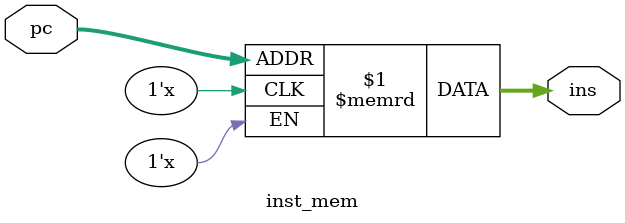
<source format=v>
module inst_mem(pc,ins);
input [7:0]pc;
output [15:0]ins;
reg [15:0] mem [255:0];
assign ins=mem[pc];
initial begin
    //code to check
end
endmodule
</source>
